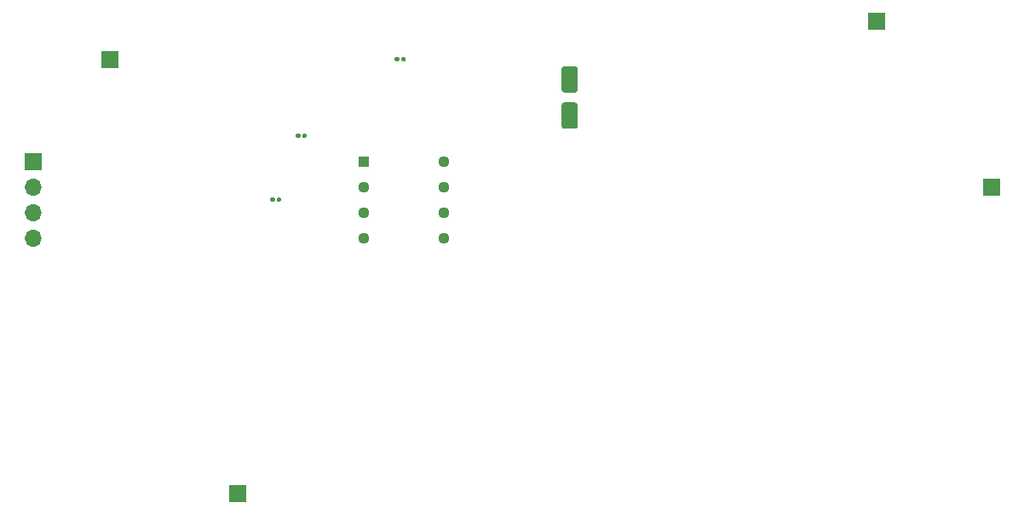
<source format=gbr>
%TF.GenerationSoftware,KiCad,Pcbnew,(5.1.10)-1*%
%TF.CreationDate,2021-11-07T21:57:16-05:00*%
%TF.ProjectId,kicad,6b696361-642e-46b6-9963-61645f706362,rev?*%
%TF.SameCoordinates,Original*%
%TF.FileFunction,Soldermask,Bot*%
%TF.FilePolarity,Negative*%
%FSLAX46Y46*%
G04 Gerber Fmt 4.6, Leading zero omitted, Abs format (unit mm)*
G04 Created by KiCad (PCBNEW (5.1.10)-1) date 2021-11-07 21:57:16*
%MOMM*%
%LPD*%
G01*
G04 APERTURE LIST*
%ADD10O,1.700000X1.700000*%
%ADD11R,1.700000X1.700000*%
%ADD12C,1.130000*%
%ADD13R,1.130000X1.130000*%
G04 APERTURE END LIST*
D10*
%TO.C,U1*%
X148590000Y-111760000D03*
X148590000Y-109220000D03*
X148590000Y-106680000D03*
D11*
X148590000Y-104140000D03*
%TD*%
%TO.C,Vin2*%
X232410000Y-90170000D03*
%TD*%
%TO.C,OUT1*%
X243840000Y-106680000D03*
%TD*%
%TO.C,R6*%
G36*
G01*
X185190000Y-94080000D02*
X185190000Y-93880000D01*
G75*
G02*
X185290000Y-93780000I100000J0D01*
G01*
X185550000Y-93780000D01*
G75*
G02*
X185650000Y-93880000I0J-100000D01*
G01*
X185650000Y-94080000D01*
G75*
G02*
X185550000Y-94180000I-100000J0D01*
G01*
X185290000Y-94180000D01*
G75*
G02*
X185190000Y-94080000I0J100000D01*
G01*
G37*
G36*
G01*
X184550000Y-94080000D02*
X184550000Y-93880000D01*
G75*
G02*
X184650000Y-93780000I100000J0D01*
G01*
X184910000Y-93780000D01*
G75*
G02*
X185010000Y-93880000I0J-100000D01*
G01*
X185010000Y-94080000D01*
G75*
G02*
X184910000Y-94180000I-100000J0D01*
G01*
X184650000Y-94180000D01*
G75*
G02*
X184550000Y-94080000I0J100000D01*
G01*
G37*
%TD*%
%TO.C,R5*%
G36*
G01*
X175170000Y-101500000D02*
X175170000Y-101700000D01*
G75*
G02*
X175070000Y-101800000I-100000J0D01*
G01*
X174810000Y-101800000D01*
G75*
G02*
X174710000Y-101700000I0J100000D01*
G01*
X174710000Y-101500000D01*
G75*
G02*
X174810000Y-101400000I100000J0D01*
G01*
X175070000Y-101400000D01*
G75*
G02*
X175170000Y-101500000I0J-100000D01*
G01*
G37*
G36*
G01*
X175810000Y-101500000D02*
X175810000Y-101700000D01*
G75*
G02*
X175710000Y-101800000I-100000J0D01*
G01*
X175450000Y-101800000D01*
G75*
G02*
X175350000Y-101700000I0J100000D01*
G01*
X175350000Y-101500000D01*
G75*
G02*
X175450000Y-101400000I100000J0D01*
G01*
X175710000Y-101400000D01*
G75*
G02*
X175810000Y-101500000I0J-100000D01*
G01*
G37*
%TD*%
%TO.C,r4*%
G36*
G01*
X172630000Y-107850000D02*
X172630000Y-108050000D01*
G75*
G02*
X172530000Y-108150000I-100000J0D01*
G01*
X172270000Y-108150000D01*
G75*
G02*
X172170000Y-108050000I0J100000D01*
G01*
X172170000Y-107850000D01*
G75*
G02*
X172270000Y-107750000I100000J0D01*
G01*
X172530000Y-107750000D01*
G75*
G02*
X172630000Y-107850000I0J-100000D01*
G01*
G37*
G36*
G01*
X173270000Y-107850000D02*
X173270000Y-108050000D01*
G75*
G02*
X173170000Y-108150000I-100000J0D01*
G01*
X172910000Y-108150000D01*
G75*
G02*
X172810000Y-108050000I0J100000D01*
G01*
X172810000Y-107850000D01*
G75*
G02*
X172910000Y-107750000I100000J0D01*
G01*
X173170000Y-107750000D01*
G75*
G02*
X173270000Y-107850000I0J-100000D01*
G01*
G37*
%TD*%
%TO.C,C2*%
G36*
G01*
X201380000Y-98290000D02*
X202480000Y-98290000D01*
G75*
G02*
X202730000Y-98540000I0J-250000D01*
G01*
X202730000Y-100640000D01*
G75*
G02*
X202480000Y-100890000I-250000J0D01*
G01*
X201380000Y-100890000D01*
G75*
G02*
X201130000Y-100640000I0J250000D01*
G01*
X201130000Y-98540000D01*
G75*
G02*
X201380000Y-98290000I250000J0D01*
G01*
G37*
G36*
G01*
X201380000Y-94690000D02*
X202480000Y-94690000D01*
G75*
G02*
X202730000Y-94940000I0J-250000D01*
G01*
X202730000Y-97040000D01*
G75*
G02*
X202480000Y-97290000I-250000J0D01*
G01*
X201380000Y-97290000D01*
G75*
G02*
X201130000Y-97040000I0J250000D01*
G01*
X201130000Y-94940000D01*
G75*
G02*
X201380000Y-94690000I250000J0D01*
G01*
G37*
%TD*%
D12*
%TO.C,U2*%
X189390000Y-104140000D03*
X189390000Y-106680000D03*
X189390000Y-109220000D03*
X189390000Y-111760000D03*
X181450000Y-111760000D03*
X181450000Y-109220000D03*
X181450000Y-106680000D03*
D13*
X181450000Y-104140000D03*
%TD*%
D11*
%TO.C,gnd1*%
X168910000Y-137160000D03*
%TD*%
%TO.C,Vin1*%
X156210000Y-93980000D03*
%TD*%
M02*

</source>
